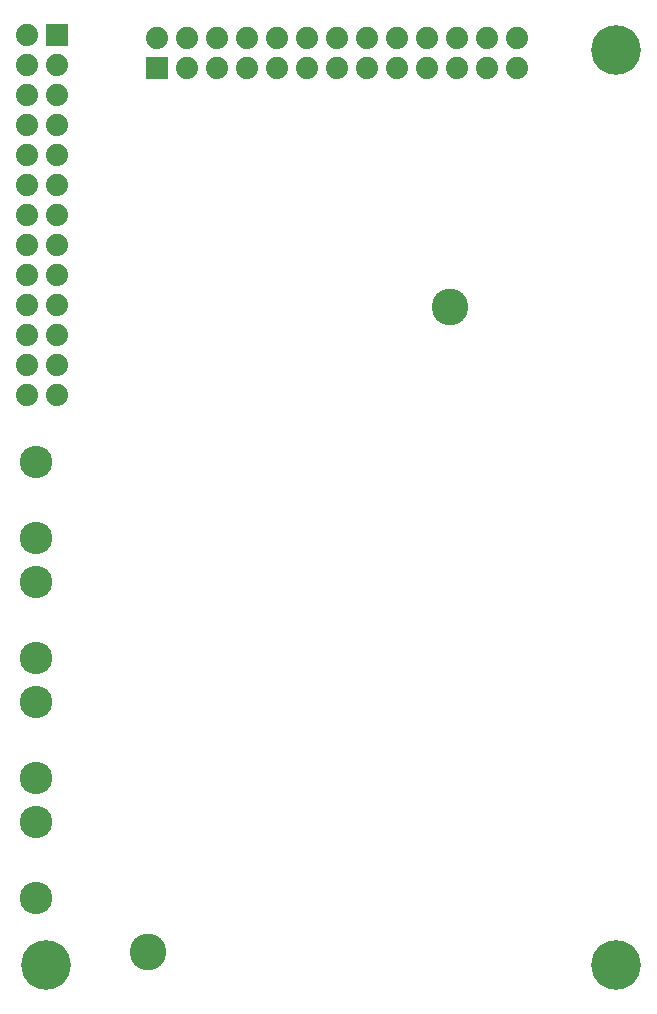
<source format=gbr>
G04 EAGLE Gerber RS-274X export*
G75*
%MOMM*%
%FSLAX34Y34*%
%LPD*%
%INSoldermask Bottom*%
%IPPOS*%
%AMOC8*
5,1,8,0,0,1.08239X$1,22.5*%
G01*
%ADD10R,1.879600X1.879600*%
%ADD11C,1.879600*%
%ADD12C,3.103200*%
%ADD13C,4.203200*%
%ADD14C,2.743200*%


D10*
X46920Y825500D03*
D11*
X21520Y825500D03*
X46920Y800100D03*
X21520Y800100D03*
X46920Y774700D03*
X21520Y774700D03*
X46920Y749300D03*
X21520Y749300D03*
X46920Y723900D03*
X21520Y723900D03*
X46920Y698500D03*
X21520Y698500D03*
X46920Y673100D03*
X21520Y673100D03*
X46920Y647700D03*
X21520Y647700D03*
X46920Y622300D03*
X21520Y622300D03*
X46920Y596900D03*
X21520Y596900D03*
X46920Y571500D03*
X21520Y571500D03*
X46920Y546100D03*
X21520Y546100D03*
X46920Y520700D03*
X21520Y520700D03*
D12*
X380000Y595000D03*
X124000Y49000D03*
D10*
X132080Y797560D03*
D11*
X132080Y822960D03*
X157480Y797560D03*
X157480Y822960D03*
X182880Y797560D03*
X182880Y822960D03*
X208280Y797560D03*
X208280Y822960D03*
X233680Y797560D03*
X233680Y822960D03*
X259080Y797560D03*
X259080Y822960D03*
X284480Y797560D03*
X284480Y822960D03*
X309880Y797560D03*
X309880Y822960D03*
X335280Y797560D03*
X335280Y822960D03*
X360680Y797560D03*
X360680Y822960D03*
X386080Y797560D03*
X386080Y822960D03*
X411480Y797560D03*
X411480Y822960D03*
X436880Y797560D03*
X436880Y822960D03*
D13*
X38100Y38100D03*
X520700Y812800D03*
X520700Y38100D03*
D14*
X29210Y159500D03*
X29210Y94500D03*
X29210Y261100D03*
X29210Y196100D03*
X29210Y362700D03*
X29210Y297700D03*
X29210Y464300D03*
X29210Y399300D03*
M02*

</source>
